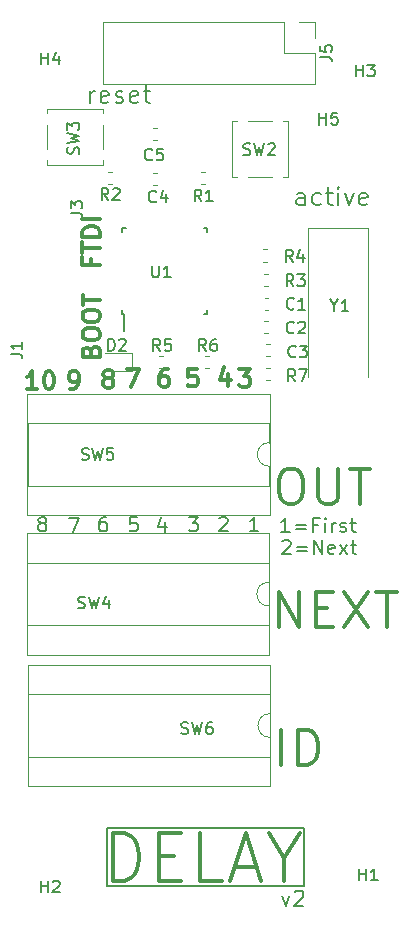
<source format=gto>
G04 #@! TF.GenerationSoftware,KiCad,Pcbnew,5.0.2-bee76a0~70~ubuntu14.04.1*
G04 #@! TF.CreationDate,2018-12-14T16:21:01-07:00*
G04 #@! TF.ProjectId,delay,64656c61-792e-46b6-9963-61645f706362,rev?*
G04 #@! TF.SameCoordinates,Original*
G04 #@! TF.FileFunction,Legend,Top*
G04 #@! TF.FilePolarity,Positive*
%FSLAX46Y46*%
G04 Gerber Fmt 4.6, Leading zero omitted, Abs format (unit mm)*
G04 Created by KiCad (PCBNEW 5.0.2-bee76a0~70~ubuntu14.04.1) date Fri 14 Dec 2018 04:21:01 PM MST*
%MOMM*%
%LPD*%
G01*
G04 APERTURE LIST*
%ADD10C,0.200000*%
%ADD11C,0.300000*%
%ADD12C,0.150000*%
%ADD13C,0.120000*%
G04 APERTURE END LIST*
D10*
X127245714Y-136067142D02*
X127131428Y-136010000D01*
X127074285Y-135952857D01*
X127017142Y-135838571D01*
X127017142Y-135781428D01*
X127074285Y-135667142D01*
X127131428Y-135610000D01*
X127245714Y-135552857D01*
X127474285Y-135552857D01*
X127588571Y-135610000D01*
X127645714Y-135667142D01*
X127702857Y-135781428D01*
X127702857Y-135838571D01*
X127645714Y-135952857D01*
X127588571Y-136010000D01*
X127474285Y-136067142D01*
X127245714Y-136067142D01*
X127131428Y-136124285D01*
X127074285Y-136181428D01*
X127017142Y-136295714D01*
X127017142Y-136524285D01*
X127074285Y-136638571D01*
X127131428Y-136695714D01*
X127245714Y-136752857D01*
X127474285Y-136752857D01*
X127588571Y-136695714D01*
X127645714Y-136638571D01*
X127702857Y-136524285D01*
X127702857Y-136295714D01*
X127645714Y-136181428D01*
X127588571Y-136124285D01*
X127474285Y-136067142D01*
X132738571Y-135552857D02*
X132510000Y-135552857D01*
X132395714Y-135610000D01*
X132338571Y-135667142D01*
X132224285Y-135838571D01*
X132167142Y-136067142D01*
X132167142Y-136524285D01*
X132224285Y-136638571D01*
X132281428Y-136695714D01*
X132395714Y-136752857D01*
X132624285Y-136752857D01*
X132738571Y-136695714D01*
X132795714Y-136638571D01*
X132852857Y-136524285D01*
X132852857Y-136238571D01*
X132795714Y-136124285D01*
X132738571Y-136067142D01*
X132624285Y-136010000D01*
X132395714Y-136010000D01*
X132281428Y-136067142D01*
X132224285Y-136124285D01*
X132167142Y-136238571D01*
X129660000Y-135592857D02*
X130460000Y-135592857D01*
X129945714Y-136792857D01*
X135385714Y-135572857D02*
X134814285Y-135572857D01*
X134757142Y-136144285D01*
X134814285Y-136087142D01*
X134928571Y-136030000D01*
X135214285Y-136030000D01*
X135328571Y-136087142D01*
X135385714Y-136144285D01*
X135442857Y-136258571D01*
X135442857Y-136544285D01*
X135385714Y-136658571D01*
X135328571Y-136715714D01*
X135214285Y-136772857D01*
X134928571Y-136772857D01*
X134814285Y-136715714D01*
X134757142Y-136658571D01*
X137718571Y-135992857D02*
X137718571Y-136792857D01*
X137432857Y-135535714D02*
X137147142Y-136392857D01*
X137890000Y-136392857D01*
X139780000Y-135562857D02*
X140522857Y-135562857D01*
X140122857Y-136020000D01*
X140294285Y-136020000D01*
X140408571Y-136077142D01*
X140465714Y-136134285D01*
X140522857Y-136248571D01*
X140522857Y-136534285D01*
X140465714Y-136648571D01*
X140408571Y-136705714D01*
X140294285Y-136762857D01*
X139951428Y-136762857D01*
X139837142Y-136705714D01*
X139780000Y-136648571D01*
X142357142Y-135667142D02*
X142414285Y-135610000D01*
X142528571Y-135552857D01*
X142814285Y-135552857D01*
X142928571Y-135610000D01*
X142985714Y-135667142D01*
X143042857Y-135781428D01*
X143042857Y-135895714D01*
X142985714Y-136067142D01*
X142300000Y-136752857D01*
X143042857Y-136752857D01*
X145642857Y-136742857D02*
X144957142Y-136742857D01*
X145300000Y-136742857D02*
X145300000Y-135542857D01*
X145185714Y-135714285D01*
X145071428Y-135828571D01*
X144957142Y-135885714D01*
D11*
X126914285Y-124728571D02*
X126057142Y-124728571D01*
X126485714Y-124728571D02*
X126485714Y-123228571D01*
X126342857Y-123442857D01*
X126200000Y-123585714D01*
X126057142Y-123657142D01*
X127842857Y-123228571D02*
X127985714Y-123228571D01*
X128128571Y-123300000D01*
X128200000Y-123371428D01*
X128271428Y-123514285D01*
X128342857Y-123800000D01*
X128342857Y-124157142D01*
X128271428Y-124442857D01*
X128200000Y-124585714D01*
X128128571Y-124657142D01*
X127985714Y-124728571D01*
X127842857Y-124728571D01*
X127700000Y-124657142D01*
X127628571Y-124585714D01*
X127557142Y-124442857D01*
X127485714Y-124157142D01*
X127485714Y-123800000D01*
X127557142Y-123514285D01*
X127628571Y-123371428D01*
X127700000Y-123300000D01*
X127842857Y-123228571D01*
X129744285Y-124698571D02*
X130030000Y-124698571D01*
X130172857Y-124627142D01*
X130244285Y-124555714D01*
X130387142Y-124341428D01*
X130458571Y-124055714D01*
X130458571Y-123484285D01*
X130387142Y-123341428D01*
X130315714Y-123270000D01*
X130172857Y-123198571D01*
X129887142Y-123198571D01*
X129744285Y-123270000D01*
X129672857Y-123341428D01*
X129601428Y-123484285D01*
X129601428Y-123841428D01*
X129672857Y-123984285D01*
X129744285Y-124055714D01*
X129887142Y-124127142D01*
X130172857Y-124127142D01*
X130315714Y-124055714D01*
X130387142Y-123984285D01*
X130458571Y-123841428D01*
X132807142Y-123771428D02*
X132664285Y-123700000D01*
X132592857Y-123628571D01*
X132521428Y-123485714D01*
X132521428Y-123414285D01*
X132592857Y-123271428D01*
X132664285Y-123200000D01*
X132807142Y-123128571D01*
X133092857Y-123128571D01*
X133235714Y-123200000D01*
X133307142Y-123271428D01*
X133378571Y-123414285D01*
X133378571Y-123485714D01*
X133307142Y-123628571D01*
X133235714Y-123700000D01*
X133092857Y-123771428D01*
X132807142Y-123771428D01*
X132664285Y-123842857D01*
X132592857Y-123914285D01*
X132521428Y-124057142D01*
X132521428Y-124342857D01*
X132592857Y-124485714D01*
X132664285Y-124557142D01*
X132807142Y-124628571D01*
X133092857Y-124628571D01*
X133235714Y-124557142D01*
X133307142Y-124485714D01*
X133378571Y-124342857D01*
X133378571Y-124057142D01*
X133307142Y-123914285D01*
X133235714Y-123842857D01*
X133092857Y-123771428D01*
X134550000Y-123028571D02*
X135550000Y-123028571D01*
X134907142Y-124528571D01*
X137965714Y-123048571D02*
X137680000Y-123048571D01*
X137537142Y-123120000D01*
X137465714Y-123191428D01*
X137322857Y-123405714D01*
X137251428Y-123691428D01*
X137251428Y-124262857D01*
X137322857Y-124405714D01*
X137394285Y-124477142D01*
X137537142Y-124548571D01*
X137822857Y-124548571D01*
X137965714Y-124477142D01*
X138037142Y-124405714D01*
X138108571Y-124262857D01*
X138108571Y-123905714D01*
X138037142Y-123762857D01*
X137965714Y-123691428D01*
X137822857Y-123620000D01*
X137537142Y-123620000D01*
X137394285Y-123691428D01*
X137322857Y-123762857D01*
X137251428Y-123905714D01*
X140437142Y-122998571D02*
X139722857Y-122998571D01*
X139651428Y-123712857D01*
X139722857Y-123641428D01*
X139865714Y-123570000D01*
X140222857Y-123570000D01*
X140365714Y-123641428D01*
X140437142Y-123712857D01*
X140508571Y-123855714D01*
X140508571Y-124212857D01*
X140437142Y-124355714D01*
X140365714Y-124427142D01*
X140222857Y-124498571D01*
X139865714Y-124498571D01*
X139722857Y-124427142D01*
X139651428Y-124355714D01*
X143095714Y-123448571D02*
X143095714Y-124448571D01*
X142738571Y-122877142D02*
X142381428Y-123948571D01*
X143310000Y-123948571D01*
X144030000Y-123038571D02*
X144958571Y-123038571D01*
X144458571Y-123610000D01*
X144672857Y-123610000D01*
X144815714Y-123681428D01*
X144887142Y-123752857D01*
X144958571Y-123895714D01*
X144958571Y-124252857D01*
X144887142Y-124395714D01*
X144815714Y-124467142D01*
X144672857Y-124538571D01*
X144244285Y-124538571D01*
X144101428Y-124467142D01*
X144030000Y-124395714D01*
X131482857Y-121505714D02*
X131554285Y-121291428D01*
X131625714Y-121220000D01*
X131768571Y-121148571D01*
X131982857Y-121148571D01*
X132125714Y-121220000D01*
X132197142Y-121291428D01*
X132268571Y-121434285D01*
X132268571Y-122005714D01*
X130768571Y-122005714D01*
X130768571Y-121505714D01*
X130840000Y-121362857D01*
X130911428Y-121291428D01*
X131054285Y-121220000D01*
X131197142Y-121220000D01*
X131340000Y-121291428D01*
X131411428Y-121362857D01*
X131482857Y-121505714D01*
X131482857Y-122005714D01*
X130768571Y-120220000D02*
X130768571Y-119934285D01*
X130840000Y-119791428D01*
X130982857Y-119648571D01*
X131268571Y-119577142D01*
X131768571Y-119577142D01*
X132054285Y-119648571D01*
X132197142Y-119791428D01*
X132268571Y-119934285D01*
X132268571Y-120220000D01*
X132197142Y-120362857D01*
X132054285Y-120505714D01*
X131768571Y-120577142D01*
X131268571Y-120577142D01*
X130982857Y-120505714D01*
X130840000Y-120362857D01*
X130768571Y-120220000D01*
X130768571Y-118648571D02*
X130768571Y-118362857D01*
X130840000Y-118220000D01*
X130982857Y-118077142D01*
X131268571Y-118005714D01*
X131768571Y-118005714D01*
X132054285Y-118077142D01*
X132197142Y-118220000D01*
X132268571Y-118362857D01*
X132268571Y-118648571D01*
X132197142Y-118791428D01*
X132054285Y-118934285D01*
X131768571Y-119005714D01*
X131268571Y-119005714D01*
X130982857Y-118934285D01*
X130840000Y-118791428D01*
X130768571Y-118648571D01*
X130768571Y-117577142D02*
X130768571Y-116720000D01*
X132268571Y-117148571D02*
X130768571Y-117148571D01*
X131464857Y-113732285D02*
X131464857Y-114232285D01*
X132250571Y-114232285D02*
X130750571Y-114232285D01*
X130750571Y-113518000D01*
X130750571Y-113160857D02*
X130750571Y-112303714D01*
X132250571Y-112732285D02*
X130750571Y-112732285D01*
X132250571Y-111803714D02*
X130750571Y-111803714D01*
X130750571Y-111446571D01*
X130822000Y-111232285D01*
X130964857Y-111089428D01*
X131107714Y-111018000D01*
X131393428Y-110946571D01*
X131607714Y-110946571D01*
X131893428Y-111018000D01*
X132036285Y-111089428D01*
X132179142Y-111232285D01*
X132250571Y-111446571D01*
X132250571Y-111803714D01*
X132250571Y-110303714D02*
X130750571Y-110303714D01*
D12*
X147661428Y-167615428D02*
X147970952Y-168482095D01*
X148280476Y-167615428D01*
X148713809Y-167305904D02*
X148775714Y-167244000D01*
X148899523Y-167182095D01*
X149209047Y-167182095D01*
X149332857Y-167244000D01*
X149394761Y-167305904D01*
X149456666Y-167429714D01*
X149456666Y-167553523D01*
X149394761Y-167739238D01*
X148651904Y-168482095D01*
X149456666Y-168482095D01*
D10*
X147692857Y-137597142D02*
X147750000Y-137540000D01*
X147864285Y-137482857D01*
X148150000Y-137482857D01*
X148264285Y-137540000D01*
X148321428Y-137597142D01*
X148378571Y-137711428D01*
X148378571Y-137825714D01*
X148321428Y-137997142D01*
X147635714Y-138682857D01*
X148378571Y-138682857D01*
X148892857Y-138054285D02*
X149807142Y-138054285D01*
X149807142Y-138397142D02*
X148892857Y-138397142D01*
X150378571Y-138682857D02*
X150378571Y-137482857D01*
X151064285Y-138682857D01*
X151064285Y-137482857D01*
X152092857Y-138625714D02*
X151978571Y-138682857D01*
X151750000Y-138682857D01*
X151635714Y-138625714D01*
X151578571Y-138511428D01*
X151578571Y-138054285D01*
X151635714Y-137940000D01*
X151750000Y-137882857D01*
X151978571Y-137882857D01*
X152092857Y-137940000D01*
X152150000Y-138054285D01*
X152150000Y-138168571D01*
X151578571Y-138282857D01*
X152550000Y-138682857D02*
X153178571Y-137882857D01*
X152550000Y-137882857D02*
X153178571Y-138682857D01*
X153464285Y-137882857D02*
X153921428Y-137882857D01*
X153635714Y-137482857D02*
X153635714Y-138511428D01*
X153692857Y-138625714D01*
X153807142Y-138682857D01*
X153921428Y-138682857D01*
X148290000Y-136832857D02*
X147604285Y-136832857D01*
X147947142Y-136832857D02*
X147947142Y-135632857D01*
X147832857Y-135804285D01*
X147718571Y-135918571D01*
X147604285Y-135975714D01*
X148804285Y-136204285D02*
X149718571Y-136204285D01*
X149718571Y-136547142D02*
X148804285Y-136547142D01*
X150690000Y-136204285D02*
X150290000Y-136204285D01*
X150290000Y-136832857D02*
X150290000Y-135632857D01*
X150861428Y-135632857D01*
X151318571Y-136832857D02*
X151318571Y-136032857D01*
X151318571Y-135632857D02*
X151261428Y-135690000D01*
X151318571Y-135747142D01*
X151375714Y-135690000D01*
X151318571Y-135632857D01*
X151318571Y-135747142D01*
X151890000Y-136832857D02*
X151890000Y-136032857D01*
X151890000Y-136261428D02*
X151947142Y-136147142D01*
X152004285Y-136090000D01*
X152118571Y-136032857D01*
X152232857Y-136032857D01*
X152575714Y-136775714D02*
X152690000Y-136832857D01*
X152918571Y-136832857D01*
X153032857Y-136775714D01*
X153090000Y-136661428D01*
X153090000Y-136604285D01*
X153032857Y-136490000D01*
X152918571Y-136432857D01*
X152747142Y-136432857D01*
X152632857Y-136375714D01*
X152575714Y-136261428D01*
X152575714Y-136204285D01*
X152632857Y-136090000D01*
X152747142Y-136032857D01*
X152918571Y-136032857D01*
X153032857Y-136090000D01*
X153432857Y-136032857D02*
X153890000Y-136032857D01*
X153604285Y-135632857D02*
X153604285Y-136661428D01*
X153661428Y-136775714D01*
X153775714Y-136832857D01*
X153890000Y-136832857D01*
D11*
X147598000Y-156551142D02*
X147598000Y-153551142D01*
X149026571Y-156551142D02*
X149026571Y-153551142D01*
X149740857Y-153551142D01*
X150169428Y-153694000D01*
X150455142Y-153979714D01*
X150598000Y-154265428D01*
X150740857Y-154836857D01*
X150740857Y-155265428D01*
X150598000Y-155836857D01*
X150455142Y-156122571D01*
X150169428Y-156408285D01*
X149740857Y-156551142D01*
X149026571Y-156551142D01*
X148130000Y-131453142D02*
X148701428Y-131453142D01*
X148987142Y-131596000D01*
X149272857Y-131881714D01*
X149415714Y-132453142D01*
X149415714Y-133453142D01*
X149272857Y-134024571D01*
X148987142Y-134310285D01*
X148701428Y-134453142D01*
X148130000Y-134453142D01*
X147844285Y-134310285D01*
X147558571Y-134024571D01*
X147415714Y-133453142D01*
X147415714Y-132453142D01*
X147558571Y-131881714D01*
X147844285Y-131596000D01*
X148130000Y-131453142D01*
X150701428Y-131453142D02*
X150701428Y-133881714D01*
X150844285Y-134167428D01*
X150987142Y-134310285D01*
X151272857Y-134453142D01*
X151844285Y-134453142D01*
X152130000Y-134310285D01*
X152272857Y-134167428D01*
X152415714Y-133881714D01*
X152415714Y-131453142D01*
X153415714Y-131453142D02*
X155130000Y-131453142D01*
X154272857Y-134453142D02*
X154272857Y-131453142D01*
X147360285Y-144867142D02*
X147360285Y-141867142D01*
X149074571Y-144867142D01*
X149074571Y-141867142D01*
X150503142Y-143295714D02*
X151503142Y-143295714D01*
X151931714Y-144867142D02*
X150503142Y-144867142D01*
X150503142Y-141867142D01*
X151931714Y-141867142D01*
X152931714Y-141867142D02*
X154931714Y-144867142D01*
X154931714Y-141867142D02*
X152931714Y-144867142D01*
X155646000Y-141867142D02*
X157360285Y-141867142D01*
X156503142Y-144867142D02*
X156503142Y-141867142D01*
D12*
X131429428Y-100500571D02*
X131429428Y-99500571D01*
X131429428Y-99786285D02*
X131500857Y-99643428D01*
X131572285Y-99572000D01*
X131715142Y-99500571D01*
X131858000Y-99500571D01*
X132929428Y-100429142D02*
X132786571Y-100500571D01*
X132500857Y-100500571D01*
X132358000Y-100429142D01*
X132286571Y-100286285D01*
X132286571Y-99714857D01*
X132358000Y-99572000D01*
X132500857Y-99500571D01*
X132786571Y-99500571D01*
X132929428Y-99572000D01*
X133000857Y-99714857D01*
X133000857Y-99857714D01*
X132286571Y-100000571D01*
X133572285Y-100429142D02*
X133715142Y-100500571D01*
X134000857Y-100500571D01*
X134143714Y-100429142D01*
X134215142Y-100286285D01*
X134215142Y-100214857D01*
X134143714Y-100072000D01*
X134000857Y-100000571D01*
X133786571Y-100000571D01*
X133643714Y-99929142D01*
X133572285Y-99786285D01*
X133572285Y-99714857D01*
X133643714Y-99572000D01*
X133786571Y-99500571D01*
X134000857Y-99500571D01*
X134143714Y-99572000D01*
X135429428Y-100429142D02*
X135286571Y-100500571D01*
X135000857Y-100500571D01*
X134858000Y-100429142D01*
X134786571Y-100286285D01*
X134786571Y-99714857D01*
X134858000Y-99572000D01*
X135000857Y-99500571D01*
X135286571Y-99500571D01*
X135429428Y-99572000D01*
X135500857Y-99714857D01*
X135500857Y-99857714D01*
X134786571Y-100000571D01*
X135929428Y-99500571D02*
X136500857Y-99500571D01*
X136143714Y-99000571D02*
X136143714Y-100286285D01*
X136215142Y-100429142D01*
X136358000Y-100500571D01*
X136500857Y-100500571D01*
D10*
X132809800Y-161880000D02*
X149523000Y-161880000D01*
X132809800Y-166807600D02*
X132809800Y-161880000D01*
X149548400Y-166807600D02*
X132809800Y-166807600D01*
X149523000Y-161854600D02*
X149523000Y-166782200D01*
D11*
X133380266Y-166331123D02*
X133380266Y-162331123D01*
X134296933Y-162331123D01*
X134846933Y-162521600D01*
X135213600Y-162902552D01*
X135396933Y-163283504D01*
X135580266Y-164045409D01*
X135580266Y-164616838D01*
X135396933Y-165378742D01*
X135213600Y-165759695D01*
X134846933Y-166140647D01*
X134296933Y-166331123D01*
X133380266Y-166331123D01*
X137230266Y-164235885D02*
X138513600Y-164235885D01*
X139063600Y-166331123D02*
X137230266Y-166331123D01*
X137230266Y-162331123D01*
X139063600Y-162331123D01*
X142546933Y-166331123D02*
X140713600Y-166331123D01*
X140713600Y-162331123D01*
X143646933Y-165188266D02*
X145480266Y-165188266D01*
X143280266Y-166331123D02*
X144563600Y-162331123D01*
X145846933Y-166331123D01*
X147863600Y-164426361D02*
X147863600Y-166331123D01*
X146580266Y-162331123D02*
X147863600Y-164426361D01*
X149146933Y-162331123D01*
D12*
X149570571Y-109136571D02*
X149570571Y-108350857D01*
X149499142Y-108208000D01*
X149356285Y-108136571D01*
X149070571Y-108136571D01*
X148927714Y-108208000D01*
X149570571Y-109065142D02*
X149427714Y-109136571D01*
X149070571Y-109136571D01*
X148927714Y-109065142D01*
X148856285Y-108922285D01*
X148856285Y-108779428D01*
X148927714Y-108636571D01*
X149070571Y-108565142D01*
X149427714Y-108565142D01*
X149570571Y-108493714D01*
X150927714Y-109065142D02*
X150784857Y-109136571D01*
X150499142Y-109136571D01*
X150356285Y-109065142D01*
X150284857Y-108993714D01*
X150213428Y-108850857D01*
X150213428Y-108422285D01*
X150284857Y-108279428D01*
X150356285Y-108208000D01*
X150499142Y-108136571D01*
X150784857Y-108136571D01*
X150927714Y-108208000D01*
X151356285Y-108136571D02*
X151927714Y-108136571D01*
X151570571Y-107636571D02*
X151570571Y-108922285D01*
X151642000Y-109065142D01*
X151784857Y-109136571D01*
X151927714Y-109136571D01*
X152427714Y-109136571D02*
X152427714Y-108136571D01*
X152427714Y-107636571D02*
X152356285Y-107708000D01*
X152427714Y-107779428D01*
X152499142Y-107708000D01*
X152427714Y-107636571D01*
X152427714Y-107779428D01*
X152999142Y-108136571D02*
X153356285Y-109136571D01*
X153713428Y-108136571D01*
X154856285Y-109065142D02*
X154713428Y-109136571D01*
X154427714Y-109136571D01*
X154284857Y-109065142D01*
X154213428Y-108922285D01*
X154213428Y-108350857D01*
X154284857Y-108208000D01*
X154427714Y-108136571D01*
X154713428Y-108136571D01*
X154856285Y-108208000D01*
X154927714Y-108350857D01*
X154927714Y-108493714D01*
X154213428Y-108636571D01*
D13*
G04 #@! TO.C,SW4*
X146580000Y-147210000D02*
X146580000Y-136930000D01*
X126020000Y-147210000D02*
X146580000Y-147210000D01*
X126020000Y-136930000D02*
X126020000Y-147210000D01*
X146580000Y-136930000D02*
X126020000Y-136930000D01*
X146520000Y-144720000D02*
X146520000Y-143070000D01*
X126080000Y-144720000D02*
X146520000Y-144720000D01*
X126080000Y-139420000D02*
X126080000Y-144720000D01*
X146520000Y-139420000D02*
X126080000Y-139420000D01*
X146520000Y-141070000D02*
X146520000Y-139420000D01*
X146520000Y-143070000D02*
G75*
G02X146520000Y-141070000I0J1000000D01*
G01*
G04 #@! TO.C,C2*
X146164721Y-119958000D02*
X146490279Y-119958000D01*
X146164721Y-118938000D02*
X146490279Y-118938000D01*
G04 #@! TO.C,C3*
X146289721Y-120928000D02*
X146615279Y-120928000D01*
X146289721Y-121948000D02*
X146615279Y-121948000D01*
G04 #@! TO.C,C4*
X137094279Y-107444000D02*
X136768721Y-107444000D01*
X137094279Y-106424000D02*
X136768721Y-106424000D01*
G04 #@! TO.C,C5*
X136717721Y-103634000D02*
X137043279Y-103634000D01*
X136717721Y-102614000D02*
X137043279Y-102614000D01*
G04 #@! TO.C,D2*
X132702500Y-123163000D02*
X134987500Y-123163000D01*
X134987500Y-123163000D02*
X134987500Y-121693000D01*
X134987500Y-121693000D02*
X132702500Y-121693000D01*
G04 #@! TO.C,J5*
X132528000Y-93666000D02*
X132528000Y-98866000D01*
X147828000Y-93666000D02*
X132528000Y-93666000D01*
X150428000Y-98866000D02*
X132528000Y-98866000D01*
X147828000Y-93666000D02*
X147828000Y-96266000D01*
X147828000Y-96266000D02*
X150428000Y-96266000D01*
X150428000Y-96266000D02*
X150428000Y-98866000D01*
X149098000Y-93666000D02*
X150428000Y-93666000D01*
X150428000Y-93666000D02*
X150428000Y-94996000D01*
G04 #@! TO.C,R1*
X140809721Y-106360000D02*
X141135279Y-106360000D01*
X140809721Y-107380000D02*
X141135279Y-107380000D01*
G04 #@! TO.C,R2*
X133280279Y-107340000D02*
X132954721Y-107340000D01*
X133280279Y-106320000D02*
X132954721Y-106320000D01*
G04 #@! TO.C,R3*
X146117221Y-114938000D02*
X146442779Y-114938000D01*
X146117221Y-115958000D02*
X146442779Y-115958000D01*
G04 #@! TO.C,R4*
X146079721Y-113918000D02*
X146405279Y-113918000D01*
X146079721Y-112898000D02*
X146405279Y-112898000D01*
G04 #@! TO.C,SW2*
X146826000Y-106764000D02*
X144766000Y-106764000D01*
X146826000Y-102024000D02*
X144766000Y-102024000D01*
X148166000Y-102024000D02*
X147766000Y-102024000D01*
X148166000Y-106764000D02*
X148166000Y-102024000D01*
X148166000Y-106764000D02*
X147766000Y-106764000D01*
X143426000Y-102024000D02*
X143826000Y-102024000D01*
X143426000Y-106764000D02*
X143826000Y-106764000D01*
X143426000Y-106764000D02*
X143426000Y-102024000D01*
G04 #@! TO.C,SW3*
X132462000Y-105724000D02*
X127722000Y-105724000D01*
X132462000Y-105724000D02*
X132462000Y-105324000D01*
X127722000Y-105724000D02*
X127722000Y-105324000D01*
X132462000Y-100984000D02*
X132462000Y-101384000D01*
X132462000Y-100984000D02*
X127722000Y-100984000D01*
X127722000Y-100984000D02*
X127722000Y-101384000D01*
X127722000Y-102324000D02*
X127722000Y-104384000D01*
X132462000Y-102324000D02*
X132462000Y-104384000D01*
G04 #@! TO.C,SW5*
X146570000Y-131250000D02*
G75*
G02X146570000Y-129250000I0J1000000D01*
G01*
X146570000Y-129250000D02*
X146570000Y-127600000D01*
X146570000Y-127600000D02*
X126130000Y-127600000D01*
X126130000Y-127600000D02*
X126130000Y-132900000D01*
X126130000Y-132900000D02*
X146570000Y-132900000D01*
X146570000Y-132900000D02*
X146570000Y-131250000D01*
X146630000Y-125110000D02*
X126070000Y-125110000D01*
X126070000Y-125110000D02*
X126070000Y-135390000D01*
X126070000Y-135390000D02*
X146630000Y-135390000D01*
X146630000Y-135390000D02*
X146630000Y-125110000D01*
G04 #@! TO.C,SW6*
X146618000Y-154200000D02*
G75*
G02X146618000Y-152200000I0J1000000D01*
G01*
X146618000Y-152200000D02*
X146618000Y-150550000D01*
X146618000Y-150550000D02*
X126178000Y-150550000D01*
X126178000Y-150550000D02*
X126178000Y-155850000D01*
X126178000Y-155850000D02*
X146618000Y-155850000D01*
X146618000Y-155850000D02*
X146618000Y-154200000D01*
X146678000Y-148060000D02*
X126118000Y-148060000D01*
X126118000Y-148060000D02*
X126118000Y-158340000D01*
X126118000Y-158340000D02*
X146678000Y-158340000D01*
X146678000Y-158340000D02*
X146678000Y-148060000D01*
D12*
G04 #@! TO.C,U1*
X134085000Y-118335000D02*
X134310000Y-118335000D01*
X134085000Y-111085000D02*
X134410000Y-111085000D01*
X141335000Y-111085000D02*
X141010000Y-111085000D01*
X141335000Y-118335000D02*
X141010000Y-118335000D01*
X134085000Y-118335000D02*
X134085000Y-118010000D01*
X141335000Y-118335000D02*
X141335000Y-118010000D01*
X141335000Y-111085000D02*
X141335000Y-111410000D01*
X134085000Y-111085000D02*
X134085000Y-111410000D01*
X134310000Y-118335000D02*
X134310000Y-119760000D01*
D13*
G04 #@! TO.C,Y1*
X154950000Y-123688000D02*
X154950000Y-111088000D01*
X154950000Y-111088000D02*
X149850000Y-111088000D01*
X149850000Y-111088000D02*
X149850000Y-123688000D01*
G04 #@! TO.C,C1*
X146505279Y-117008000D02*
X146179721Y-117008000D01*
X146505279Y-118028000D02*
X146179721Y-118028000D01*
G04 #@! TO.C,R5*
X137239721Y-122962000D02*
X137565279Y-122962000D01*
X137239721Y-121942000D02*
X137565279Y-121942000D01*
G04 #@! TO.C,R6*
X141124721Y-121918000D02*
X141450279Y-121918000D01*
X141124721Y-122938000D02*
X141450279Y-122938000D01*
G04 #@! TO.C,R7*
X146304721Y-122958000D02*
X146630279Y-122958000D01*
X146304721Y-123978000D02*
X146630279Y-123978000D01*
G04 #@! TO.C,SW4*
D12*
X130394666Y-143236761D02*
X130537523Y-143284380D01*
X130775619Y-143284380D01*
X130870857Y-143236761D01*
X130918476Y-143189142D01*
X130966095Y-143093904D01*
X130966095Y-142998666D01*
X130918476Y-142903428D01*
X130870857Y-142855809D01*
X130775619Y-142808190D01*
X130585142Y-142760571D01*
X130489904Y-142712952D01*
X130442285Y-142665333D01*
X130394666Y-142570095D01*
X130394666Y-142474857D01*
X130442285Y-142379619D01*
X130489904Y-142332000D01*
X130585142Y-142284380D01*
X130823238Y-142284380D01*
X130966095Y-142332000D01*
X131299428Y-142284380D02*
X131537523Y-143284380D01*
X131728000Y-142570095D01*
X131918476Y-143284380D01*
X132156571Y-142284380D01*
X132966095Y-142617714D02*
X132966095Y-143284380D01*
X132728000Y-142236761D02*
X132489904Y-142951047D01*
X133108952Y-142951047D01*
G04 #@! TO.C,C2*
X148663333Y-119915142D02*
X148615714Y-119962761D01*
X148472857Y-120010380D01*
X148377619Y-120010380D01*
X148234761Y-119962761D01*
X148139523Y-119867523D01*
X148091904Y-119772285D01*
X148044285Y-119581809D01*
X148044285Y-119438952D01*
X148091904Y-119248476D01*
X148139523Y-119153238D01*
X148234761Y-119058000D01*
X148377619Y-119010380D01*
X148472857Y-119010380D01*
X148615714Y-119058000D01*
X148663333Y-119105619D01*
X149044285Y-119105619D02*
X149091904Y-119058000D01*
X149187142Y-119010380D01*
X149425238Y-119010380D01*
X149520476Y-119058000D01*
X149568095Y-119105619D01*
X149615714Y-119200857D01*
X149615714Y-119296095D01*
X149568095Y-119438952D01*
X148996666Y-120010380D01*
X149615714Y-120010380D01*
G04 #@! TO.C,C3*
X148813333Y-121935142D02*
X148765714Y-121982761D01*
X148622857Y-122030380D01*
X148527619Y-122030380D01*
X148384761Y-121982761D01*
X148289523Y-121887523D01*
X148241904Y-121792285D01*
X148194285Y-121601809D01*
X148194285Y-121458952D01*
X148241904Y-121268476D01*
X148289523Y-121173238D01*
X148384761Y-121078000D01*
X148527619Y-121030380D01*
X148622857Y-121030380D01*
X148765714Y-121078000D01*
X148813333Y-121125619D01*
X149146666Y-121030380D02*
X149765714Y-121030380D01*
X149432380Y-121411333D01*
X149575238Y-121411333D01*
X149670476Y-121458952D01*
X149718095Y-121506571D01*
X149765714Y-121601809D01*
X149765714Y-121839904D01*
X149718095Y-121935142D01*
X149670476Y-121982761D01*
X149575238Y-122030380D01*
X149289523Y-122030380D01*
X149194285Y-121982761D01*
X149146666Y-121935142D01*
G04 #@! TO.C,C4*
X136993333Y-108815142D02*
X136945714Y-108862761D01*
X136802857Y-108910380D01*
X136707619Y-108910380D01*
X136564761Y-108862761D01*
X136469523Y-108767523D01*
X136421904Y-108672285D01*
X136374285Y-108481809D01*
X136374285Y-108338952D01*
X136421904Y-108148476D01*
X136469523Y-108053238D01*
X136564761Y-107958000D01*
X136707619Y-107910380D01*
X136802857Y-107910380D01*
X136945714Y-107958000D01*
X136993333Y-108005619D01*
X137850476Y-108243714D02*
X137850476Y-108910380D01*
X137612380Y-107862761D02*
X137374285Y-108577047D01*
X137993333Y-108577047D01*
G04 #@! TO.C,C5*
X136663833Y-105259142D02*
X136616214Y-105306761D01*
X136473357Y-105354380D01*
X136378119Y-105354380D01*
X136235261Y-105306761D01*
X136140023Y-105211523D01*
X136092404Y-105116285D01*
X136044785Y-104925809D01*
X136044785Y-104782952D01*
X136092404Y-104592476D01*
X136140023Y-104497238D01*
X136235261Y-104402000D01*
X136378119Y-104354380D01*
X136473357Y-104354380D01*
X136616214Y-104402000D01*
X136663833Y-104449619D01*
X137568595Y-104354380D02*
X137092404Y-104354380D01*
X137044785Y-104830571D01*
X137092404Y-104782952D01*
X137187642Y-104735333D01*
X137425738Y-104735333D01*
X137520976Y-104782952D01*
X137568595Y-104830571D01*
X137616214Y-104925809D01*
X137616214Y-105163904D01*
X137568595Y-105259142D01*
X137520976Y-105306761D01*
X137425738Y-105354380D01*
X137187642Y-105354380D01*
X137092404Y-105306761D01*
X137044785Y-105259142D01*
G04 #@! TO.C,D2*
X132921904Y-121472380D02*
X132921904Y-120472380D01*
X133160000Y-120472380D01*
X133302857Y-120520000D01*
X133398095Y-120615238D01*
X133445714Y-120710476D01*
X133493333Y-120900952D01*
X133493333Y-121043809D01*
X133445714Y-121234285D01*
X133398095Y-121329523D01*
X133302857Y-121424761D01*
X133160000Y-121472380D01*
X132921904Y-121472380D01*
X133874285Y-120567619D02*
X133921904Y-120520000D01*
X134017142Y-120472380D01*
X134255238Y-120472380D01*
X134350476Y-120520000D01*
X134398095Y-120567619D01*
X134445714Y-120662857D01*
X134445714Y-120758095D01*
X134398095Y-120900952D01*
X133826666Y-121472380D01*
X134445714Y-121472380D01*
G04 #@! TO.C,H1*
X154178095Y-166314380D02*
X154178095Y-165314380D01*
X154178095Y-165790571D02*
X154749523Y-165790571D01*
X154749523Y-166314380D02*
X154749523Y-165314380D01*
X155749523Y-166314380D02*
X155178095Y-166314380D01*
X155463809Y-166314380D02*
X155463809Y-165314380D01*
X155368571Y-165457238D01*
X155273333Y-165552476D01*
X155178095Y-165600095D01*
G04 #@! TO.C,H2*
X127254095Y-167330380D02*
X127254095Y-166330380D01*
X127254095Y-166806571D02*
X127825523Y-166806571D01*
X127825523Y-167330380D02*
X127825523Y-166330380D01*
X128254095Y-166425619D02*
X128301714Y-166378000D01*
X128396952Y-166330380D01*
X128635047Y-166330380D01*
X128730285Y-166378000D01*
X128777904Y-166425619D01*
X128825523Y-166520857D01*
X128825523Y-166616095D01*
X128777904Y-166758952D01*
X128206476Y-167330380D01*
X128825523Y-167330380D01*
G04 #@! TO.C,H3*
X153924095Y-98242380D02*
X153924095Y-97242380D01*
X153924095Y-97718571D02*
X154495523Y-97718571D01*
X154495523Y-98242380D02*
X154495523Y-97242380D01*
X154876476Y-97242380D02*
X155495523Y-97242380D01*
X155162190Y-97623333D01*
X155305047Y-97623333D01*
X155400285Y-97670952D01*
X155447904Y-97718571D01*
X155495523Y-97813809D01*
X155495523Y-98051904D01*
X155447904Y-98147142D01*
X155400285Y-98194761D01*
X155305047Y-98242380D01*
X155019333Y-98242380D01*
X154924095Y-98194761D01*
X154876476Y-98147142D01*
G04 #@! TO.C,H4*
X127254095Y-97226380D02*
X127254095Y-96226380D01*
X127254095Y-96702571D02*
X127825523Y-96702571D01*
X127825523Y-97226380D02*
X127825523Y-96226380D01*
X128730285Y-96559714D02*
X128730285Y-97226380D01*
X128492190Y-96178761D02*
X128254095Y-96893047D01*
X128873142Y-96893047D01*
G04 #@! TO.C,H5*
X150813095Y-102327380D02*
X150813095Y-101327380D01*
X150813095Y-101803571D02*
X151384523Y-101803571D01*
X151384523Y-102327380D02*
X151384523Y-101327380D01*
X152336904Y-101327380D02*
X151860714Y-101327380D01*
X151813095Y-101803571D01*
X151860714Y-101755952D01*
X151955952Y-101708333D01*
X152194047Y-101708333D01*
X152289285Y-101755952D01*
X152336904Y-101803571D01*
X152384523Y-101898809D01*
X152384523Y-102136904D01*
X152336904Y-102232142D01*
X152289285Y-102279761D01*
X152194047Y-102327380D01*
X151955952Y-102327380D01*
X151860714Y-102279761D01*
X151813095Y-102232142D01*
G04 #@! TO.C,J5*
X150880380Y-96599333D02*
X151594666Y-96599333D01*
X151737523Y-96646952D01*
X151832761Y-96742190D01*
X151880380Y-96885047D01*
X151880380Y-96980285D01*
X150880380Y-95646952D02*
X150880380Y-96123142D01*
X151356571Y-96170761D01*
X151308952Y-96123142D01*
X151261333Y-96027904D01*
X151261333Y-95789809D01*
X151308952Y-95694571D01*
X151356571Y-95646952D01*
X151451809Y-95599333D01*
X151689904Y-95599333D01*
X151785142Y-95646952D01*
X151832761Y-95694571D01*
X151880380Y-95789809D01*
X151880380Y-96027904D01*
X151832761Y-96123142D01*
X151785142Y-96170761D01*
G04 #@! TO.C,R1*
X140833333Y-108832380D02*
X140500000Y-108356190D01*
X140261904Y-108832380D02*
X140261904Y-107832380D01*
X140642857Y-107832380D01*
X140738095Y-107880000D01*
X140785714Y-107927619D01*
X140833333Y-108022857D01*
X140833333Y-108165714D01*
X140785714Y-108260952D01*
X140738095Y-108308571D01*
X140642857Y-108356190D01*
X140261904Y-108356190D01*
X141785714Y-108832380D02*
X141214285Y-108832380D01*
X141500000Y-108832380D02*
X141500000Y-107832380D01*
X141404761Y-107975238D01*
X141309523Y-108070476D01*
X141214285Y-108118095D01*
G04 #@! TO.C,R2*
X132950833Y-108712380D02*
X132617500Y-108236190D01*
X132379404Y-108712380D02*
X132379404Y-107712380D01*
X132760357Y-107712380D01*
X132855595Y-107760000D01*
X132903214Y-107807619D01*
X132950833Y-107902857D01*
X132950833Y-108045714D01*
X132903214Y-108140952D01*
X132855595Y-108188571D01*
X132760357Y-108236190D01*
X132379404Y-108236190D01*
X133331785Y-107807619D02*
X133379404Y-107760000D01*
X133474642Y-107712380D01*
X133712738Y-107712380D01*
X133807976Y-107760000D01*
X133855595Y-107807619D01*
X133903214Y-107902857D01*
X133903214Y-107998095D01*
X133855595Y-108140952D01*
X133284166Y-108712380D01*
X133903214Y-108712380D01*
G04 #@! TO.C,R3*
X148623333Y-116010380D02*
X148290000Y-115534190D01*
X148051904Y-116010380D02*
X148051904Y-115010380D01*
X148432857Y-115010380D01*
X148528095Y-115058000D01*
X148575714Y-115105619D01*
X148623333Y-115200857D01*
X148623333Y-115343714D01*
X148575714Y-115438952D01*
X148528095Y-115486571D01*
X148432857Y-115534190D01*
X148051904Y-115534190D01*
X148956666Y-115010380D02*
X149575714Y-115010380D01*
X149242380Y-115391333D01*
X149385238Y-115391333D01*
X149480476Y-115438952D01*
X149528095Y-115486571D01*
X149575714Y-115581809D01*
X149575714Y-115819904D01*
X149528095Y-115915142D01*
X149480476Y-115962761D01*
X149385238Y-116010380D01*
X149099523Y-116010380D01*
X149004285Y-115962761D01*
X148956666Y-115915142D01*
G04 #@! TO.C,R4*
X148573333Y-113940380D02*
X148240000Y-113464190D01*
X148001904Y-113940380D02*
X148001904Y-112940380D01*
X148382857Y-112940380D01*
X148478095Y-112988000D01*
X148525714Y-113035619D01*
X148573333Y-113130857D01*
X148573333Y-113273714D01*
X148525714Y-113368952D01*
X148478095Y-113416571D01*
X148382857Y-113464190D01*
X148001904Y-113464190D01*
X149430476Y-113273714D02*
X149430476Y-113940380D01*
X149192380Y-112892761D02*
X148954285Y-113607047D01*
X149573333Y-113607047D01*
G04 #@! TO.C,SW2*
X144388666Y-104860761D02*
X144531523Y-104908380D01*
X144769619Y-104908380D01*
X144864857Y-104860761D01*
X144912476Y-104813142D01*
X144960095Y-104717904D01*
X144960095Y-104622666D01*
X144912476Y-104527428D01*
X144864857Y-104479809D01*
X144769619Y-104432190D01*
X144579142Y-104384571D01*
X144483904Y-104336952D01*
X144436285Y-104289333D01*
X144388666Y-104194095D01*
X144388666Y-104098857D01*
X144436285Y-104003619D01*
X144483904Y-103956000D01*
X144579142Y-103908380D01*
X144817238Y-103908380D01*
X144960095Y-103956000D01*
X145293428Y-103908380D02*
X145531523Y-104908380D01*
X145722000Y-104194095D01*
X145912476Y-104908380D01*
X146150571Y-103908380D01*
X146483904Y-104003619D02*
X146531523Y-103956000D01*
X146626761Y-103908380D01*
X146864857Y-103908380D01*
X146960095Y-103956000D01*
X147007714Y-104003619D01*
X147055333Y-104098857D01*
X147055333Y-104194095D01*
X147007714Y-104336952D01*
X146436285Y-104908380D01*
X147055333Y-104908380D01*
G04 #@! TO.C,SW3*
X130430761Y-104817333D02*
X130478380Y-104674476D01*
X130478380Y-104436380D01*
X130430761Y-104341142D01*
X130383142Y-104293523D01*
X130287904Y-104245904D01*
X130192666Y-104245904D01*
X130097428Y-104293523D01*
X130049809Y-104341142D01*
X130002190Y-104436380D01*
X129954571Y-104626857D01*
X129906952Y-104722095D01*
X129859333Y-104769714D01*
X129764095Y-104817333D01*
X129668857Y-104817333D01*
X129573619Y-104769714D01*
X129526000Y-104722095D01*
X129478380Y-104626857D01*
X129478380Y-104388761D01*
X129526000Y-104245904D01*
X129478380Y-103912571D02*
X130478380Y-103674476D01*
X129764095Y-103484000D01*
X130478380Y-103293523D01*
X129478380Y-103055428D01*
X129478380Y-102769714D02*
X129478380Y-102150666D01*
X129859333Y-102484000D01*
X129859333Y-102341142D01*
X129906952Y-102245904D01*
X129954571Y-102198285D01*
X130049809Y-102150666D01*
X130287904Y-102150666D01*
X130383142Y-102198285D01*
X130430761Y-102245904D01*
X130478380Y-102341142D01*
X130478380Y-102626857D01*
X130430761Y-102722095D01*
X130383142Y-102769714D01*
G04 #@! TO.C,SW5*
X130698666Y-130654761D02*
X130841523Y-130702380D01*
X131079619Y-130702380D01*
X131174857Y-130654761D01*
X131222476Y-130607142D01*
X131270095Y-130511904D01*
X131270095Y-130416666D01*
X131222476Y-130321428D01*
X131174857Y-130273809D01*
X131079619Y-130226190D01*
X130889142Y-130178571D01*
X130793904Y-130130952D01*
X130746285Y-130083333D01*
X130698666Y-129988095D01*
X130698666Y-129892857D01*
X130746285Y-129797619D01*
X130793904Y-129750000D01*
X130889142Y-129702380D01*
X131127238Y-129702380D01*
X131270095Y-129750000D01*
X131603428Y-129702380D02*
X131841523Y-130702380D01*
X132032000Y-129988095D01*
X132222476Y-130702380D01*
X132460571Y-129702380D01*
X133317714Y-129702380D02*
X132841523Y-129702380D01*
X132793904Y-130178571D01*
X132841523Y-130130952D01*
X132936761Y-130083333D01*
X133174857Y-130083333D01*
X133270095Y-130130952D01*
X133317714Y-130178571D01*
X133365333Y-130273809D01*
X133365333Y-130511904D01*
X133317714Y-130607142D01*
X133270095Y-130654761D01*
X133174857Y-130702380D01*
X132936761Y-130702380D01*
X132841523Y-130654761D01*
X132793904Y-130607142D01*
G04 #@! TO.C,SW6*
X139128666Y-153858761D02*
X139271523Y-153906380D01*
X139509619Y-153906380D01*
X139604857Y-153858761D01*
X139652476Y-153811142D01*
X139700095Y-153715904D01*
X139700095Y-153620666D01*
X139652476Y-153525428D01*
X139604857Y-153477809D01*
X139509619Y-153430190D01*
X139319142Y-153382571D01*
X139223904Y-153334952D01*
X139176285Y-153287333D01*
X139128666Y-153192095D01*
X139128666Y-153096857D01*
X139176285Y-153001619D01*
X139223904Y-152954000D01*
X139319142Y-152906380D01*
X139557238Y-152906380D01*
X139700095Y-152954000D01*
X140033428Y-152906380D02*
X140271523Y-153906380D01*
X140462000Y-153192095D01*
X140652476Y-153906380D01*
X140890571Y-152906380D01*
X141700095Y-152906380D02*
X141509619Y-152906380D01*
X141414380Y-152954000D01*
X141366761Y-153001619D01*
X141271523Y-153144476D01*
X141223904Y-153334952D01*
X141223904Y-153715904D01*
X141271523Y-153811142D01*
X141319142Y-153858761D01*
X141414380Y-153906380D01*
X141604857Y-153906380D01*
X141700095Y-153858761D01*
X141747714Y-153811142D01*
X141795333Y-153715904D01*
X141795333Y-153477809D01*
X141747714Y-153382571D01*
X141700095Y-153334952D01*
X141604857Y-153287333D01*
X141414380Y-153287333D01*
X141319142Y-153334952D01*
X141271523Y-153382571D01*
X141223904Y-153477809D01*
G04 #@! TO.C,U1*
X136652095Y-114260380D02*
X136652095Y-115069904D01*
X136699714Y-115165142D01*
X136747333Y-115212761D01*
X136842571Y-115260380D01*
X137033047Y-115260380D01*
X137128285Y-115212761D01*
X137175904Y-115165142D01*
X137223523Y-115069904D01*
X137223523Y-114260380D01*
X138223523Y-115260380D02*
X137652095Y-115260380D01*
X137937809Y-115260380D02*
X137937809Y-114260380D01*
X137842571Y-114403238D01*
X137747333Y-114498476D01*
X137652095Y-114546095D01*
G04 #@! TO.C,Y1*
X152083809Y-117634190D02*
X152083809Y-118110380D01*
X151750476Y-117110380D02*
X152083809Y-117634190D01*
X152417142Y-117110380D01*
X153274285Y-118110380D02*
X152702857Y-118110380D01*
X152988571Y-118110380D02*
X152988571Y-117110380D01*
X152893333Y-117253238D01*
X152798095Y-117348476D01*
X152702857Y-117396095D01*
G04 #@! TO.C,C1*
X148663333Y-117895142D02*
X148615714Y-117942761D01*
X148472857Y-117990380D01*
X148377619Y-117990380D01*
X148234761Y-117942761D01*
X148139523Y-117847523D01*
X148091904Y-117752285D01*
X148044285Y-117561809D01*
X148044285Y-117418952D01*
X148091904Y-117228476D01*
X148139523Y-117133238D01*
X148234761Y-117038000D01*
X148377619Y-116990380D01*
X148472857Y-116990380D01*
X148615714Y-117038000D01*
X148663333Y-117085619D01*
X149615714Y-117990380D02*
X149044285Y-117990380D01*
X149330000Y-117990380D02*
X149330000Y-116990380D01*
X149234761Y-117133238D01*
X149139523Y-117228476D01*
X149044285Y-117276095D01*
G04 #@! TO.C,J1*
X124674380Y-121745333D02*
X125388666Y-121745333D01*
X125531523Y-121792952D01*
X125626761Y-121888190D01*
X125674380Y-122031047D01*
X125674380Y-122126285D01*
X125674380Y-120745333D02*
X125674380Y-121316761D01*
X125674380Y-121031047D02*
X124674380Y-121031047D01*
X124817238Y-121126285D01*
X124912476Y-121221523D01*
X124960095Y-121316761D01*
G04 #@! TO.C,J3*
X129754380Y-109807333D02*
X130468666Y-109807333D01*
X130611523Y-109854952D01*
X130706761Y-109950190D01*
X130754380Y-110093047D01*
X130754380Y-110188285D01*
X129754380Y-109426380D02*
X129754380Y-108807333D01*
X130135333Y-109140666D01*
X130135333Y-108997809D01*
X130182952Y-108902571D01*
X130230571Y-108854952D01*
X130325809Y-108807333D01*
X130563904Y-108807333D01*
X130659142Y-108854952D01*
X130706761Y-108902571D01*
X130754380Y-108997809D01*
X130754380Y-109283523D01*
X130706761Y-109378761D01*
X130659142Y-109426380D01*
G04 #@! TO.C,R5*
X137333333Y-121492380D02*
X137000000Y-121016190D01*
X136761904Y-121492380D02*
X136761904Y-120492380D01*
X137142857Y-120492380D01*
X137238095Y-120540000D01*
X137285714Y-120587619D01*
X137333333Y-120682857D01*
X137333333Y-120825714D01*
X137285714Y-120920952D01*
X137238095Y-120968571D01*
X137142857Y-121016190D01*
X136761904Y-121016190D01*
X138238095Y-120492380D02*
X137761904Y-120492380D01*
X137714285Y-120968571D01*
X137761904Y-120920952D01*
X137857142Y-120873333D01*
X138095238Y-120873333D01*
X138190476Y-120920952D01*
X138238095Y-120968571D01*
X138285714Y-121063809D01*
X138285714Y-121301904D01*
X138238095Y-121397142D01*
X138190476Y-121444761D01*
X138095238Y-121492380D01*
X137857142Y-121492380D01*
X137761904Y-121444761D01*
X137714285Y-121397142D01*
G04 #@! TO.C,R6*
X141213333Y-121482380D02*
X140880000Y-121006190D01*
X140641904Y-121482380D02*
X140641904Y-120482380D01*
X141022857Y-120482380D01*
X141118095Y-120530000D01*
X141165714Y-120577619D01*
X141213333Y-120672857D01*
X141213333Y-120815714D01*
X141165714Y-120910952D01*
X141118095Y-120958571D01*
X141022857Y-121006190D01*
X140641904Y-121006190D01*
X142070476Y-120482380D02*
X141880000Y-120482380D01*
X141784761Y-120530000D01*
X141737142Y-120577619D01*
X141641904Y-120720476D01*
X141594285Y-120910952D01*
X141594285Y-121291904D01*
X141641904Y-121387142D01*
X141689523Y-121434761D01*
X141784761Y-121482380D01*
X141975238Y-121482380D01*
X142070476Y-121434761D01*
X142118095Y-121387142D01*
X142165714Y-121291904D01*
X142165714Y-121053809D01*
X142118095Y-120958571D01*
X142070476Y-120910952D01*
X141975238Y-120863333D01*
X141784761Y-120863333D01*
X141689523Y-120910952D01*
X141641904Y-120958571D01*
X141594285Y-121053809D01*
G04 #@! TO.C,R7*
X148763333Y-124060380D02*
X148430000Y-123584190D01*
X148191904Y-124060380D02*
X148191904Y-123060380D01*
X148572857Y-123060380D01*
X148668095Y-123108000D01*
X148715714Y-123155619D01*
X148763333Y-123250857D01*
X148763333Y-123393714D01*
X148715714Y-123488952D01*
X148668095Y-123536571D01*
X148572857Y-123584190D01*
X148191904Y-123584190D01*
X149096666Y-123060380D02*
X149763333Y-123060380D01*
X149334761Y-124060380D01*
G04 #@! TD*
M02*

</source>
